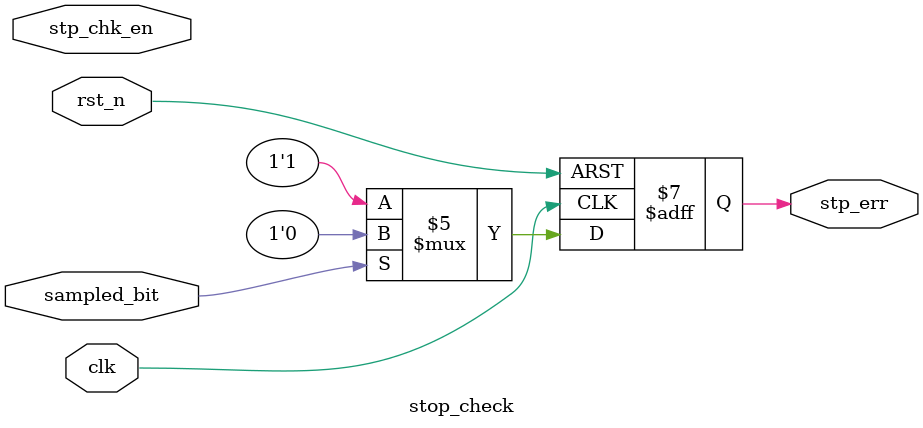
<source format=v>
module stop_check(
    input clk,
    input rst_n,
    input stp_chk_en,
    input sampled_bit,
    output reg stp_err
);

always @(posedge clk or negedge rst_n) begin
    if(!rst_n) begin
        stp_err <= 0;
    end
    else if(sampled_bit == 1'b0) begin
        stp_err <= 1'b1;
    end
    else begin
        stp_err <= 1'b0;
    end
end
endmodule
</source>
